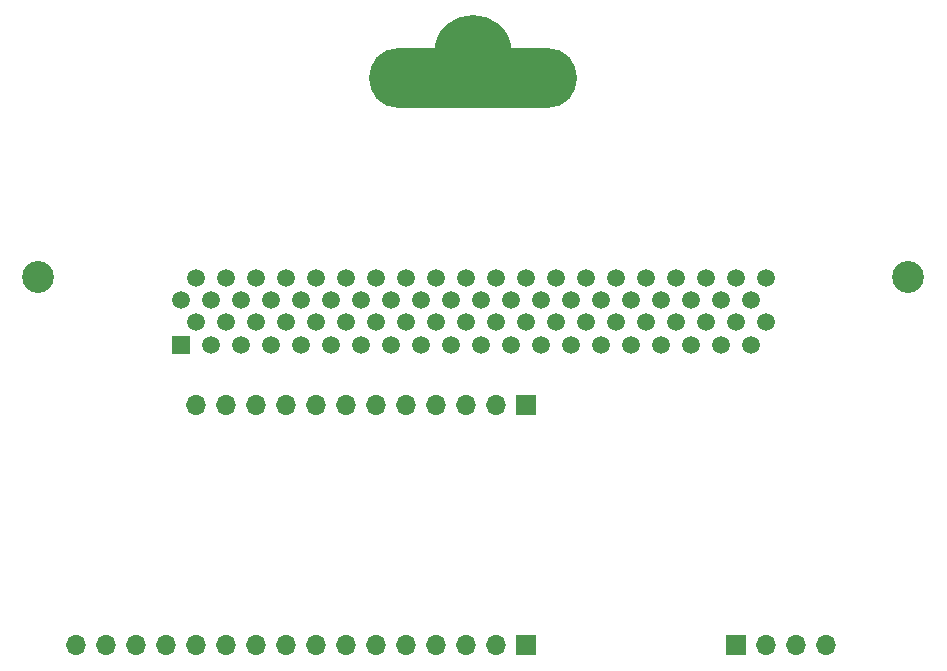
<source format=gts>
G04 #@! TF.GenerationSoftware,KiCad,Pcbnew,(6.0.5-0)*
G04 #@! TF.CreationDate,2022-06-27T15:48:44+01:00*
G04 #@! TF.ProjectId,microbit_eink_feather_adaptor,6d696372-6f62-4697-945f-65696e6b5f66,rev?*
G04 #@! TF.SameCoordinates,Original*
G04 #@! TF.FileFunction,Soldermask,Top*
G04 #@! TF.FilePolarity,Negative*
%FSLAX46Y46*%
G04 Gerber Fmt 4.6, Leading zero omitted, Abs format (unit mm)*
G04 Created by KiCad (PCBNEW (6.0.5-0)) date 2022-06-27 15:48:44*
%MOMM*%
%LPD*%
G01*
G04 APERTURE LIST*
%ADD10O,1.700000X1.700000*%
%ADD11R,1.700000X1.700000*%
%ADD12O,17.600000X5.100000*%
%ADD13C,6.600000*%
%ADD14C,2.700000*%
%ADD15R,1.500000X1.500000*%
%ADD16C,1.500000*%
G04 APERTURE END LIST*
D10*
X120620000Y-97800000D03*
X118080000Y-97800000D03*
X115540000Y-97800000D03*
D11*
X113000000Y-97800000D03*
D12*
X90800000Y-49800000D03*
D13*
X90800000Y-47800000D03*
D14*
X53975000Y-66675000D03*
X127635000Y-66675000D03*
D11*
X95250000Y-97790000D03*
D10*
X92710000Y-97790000D03*
X90170000Y-97790000D03*
X87630000Y-97790000D03*
X85090000Y-97790000D03*
X82550000Y-97790000D03*
X80010000Y-97790000D03*
X77470000Y-97790000D03*
X74930000Y-97790000D03*
X72390000Y-97790000D03*
X69850000Y-97790000D03*
X67310000Y-97790000D03*
X64770000Y-97790000D03*
X62230000Y-97790000D03*
X59690000Y-97790000D03*
X57150000Y-97790000D03*
D11*
X95250000Y-77470000D03*
D10*
X92710000Y-77470000D03*
X90170000Y-77470000D03*
X87630000Y-77470000D03*
X85090000Y-77470000D03*
X82550000Y-77470000D03*
X80010000Y-77470000D03*
X77470000Y-77470000D03*
X74930000Y-77470000D03*
X72390000Y-77470000D03*
X69850000Y-77470000D03*
X67310000Y-77470000D03*
D15*
X66040000Y-72390000D03*
D16*
X66040000Y-68590000D03*
X67310000Y-70490000D03*
X67310000Y-66690000D03*
X68580000Y-72390000D03*
X68580000Y-68590000D03*
X69850000Y-70490000D03*
X69850000Y-66690000D03*
X71120000Y-72390000D03*
X71120000Y-68590000D03*
X72390000Y-70490000D03*
X72390000Y-66690000D03*
X73660000Y-72390000D03*
X73660000Y-68590000D03*
X74930000Y-70490000D03*
X74930000Y-66690000D03*
X76200000Y-72390000D03*
X76200000Y-68590000D03*
X77470000Y-70490000D03*
X77470000Y-66690000D03*
X78740000Y-72390000D03*
X78740000Y-68590000D03*
X80010000Y-70490000D03*
X80010000Y-66690000D03*
X81280000Y-72390000D03*
X81280000Y-68590000D03*
X82550000Y-70490000D03*
X82550000Y-66690000D03*
X83820000Y-72390000D03*
X83820000Y-68590000D03*
X85090000Y-70490000D03*
X85090000Y-66690000D03*
X86360000Y-72390000D03*
X86360000Y-68590000D03*
X87630000Y-70490000D03*
X87630000Y-66690000D03*
X88900000Y-72390000D03*
X88900000Y-68590000D03*
X90170000Y-70490000D03*
X90170000Y-66690000D03*
X91440000Y-72390000D03*
X91440000Y-68590000D03*
X92710000Y-70490000D03*
X92710000Y-66690000D03*
X93980000Y-72390000D03*
X93980000Y-68590000D03*
X95250000Y-70490000D03*
X95250000Y-66690000D03*
X96520000Y-72390000D03*
X96520000Y-68590000D03*
X97790000Y-70490000D03*
X97790000Y-66690000D03*
X99060000Y-72390000D03*
X99060000Y-68590000D03*
X100330000Y-70490000D03*
X100330000Y-66690000D03*
X101600000Y-72390000D03*
X101600000Y-68590000D03*
X102870000Y-70490000D03*
X102870000Y-66690000D03*
X104140000Y-72390000D03*
X104140000Y-68590000D03*
X105410000Y-70490000D03*
X105410000Y-66690000D03*
X106680000Y-72390000D03*
X106680000Y-68590000D03*
X107950000Y-70490000D03*
X107950000Y-66690000D03*
X109220000Y-72390000D03*
X109220000Y-68590000D03*
X110490000Y-70490000D03*
X110490000Y-66690000D03*
X111760000Y-72390000D03*
X111760000Y-68590000D03*
X113030000Y-70490000D03*
X113030000Y-66690000D03*
X114300000Y-72390000D03*
X114300000Y-68590000D03*
X115570000Y-70490000D03*
X115570000Y-66690000D03*
M02*

</source>
